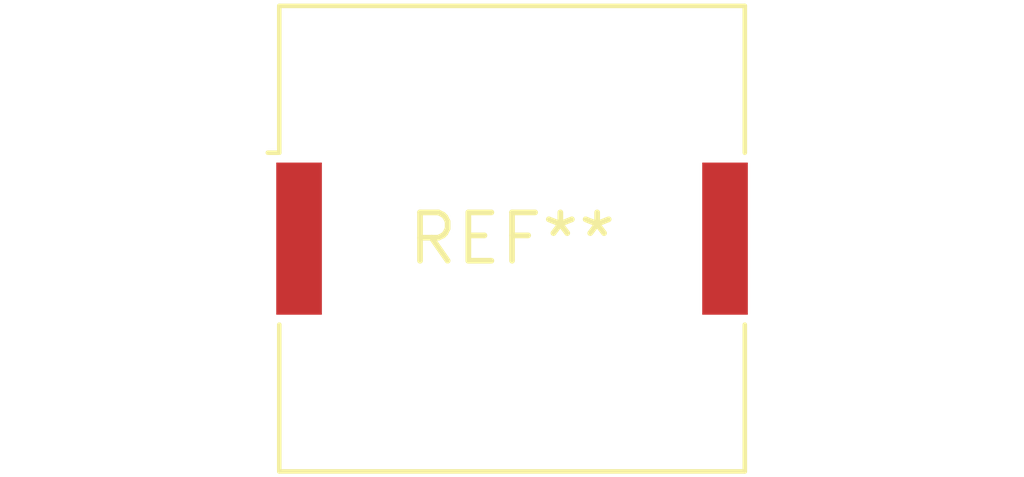
<source format=kicad_pcb>
(kicad_pcb (version 20240108) (generator pcbnew)
  (layers (0 "F.Cu" signal) (31 "B.Cu" signal) (34 "B.Paste" user) (35 "F.Paste" user) (36 "B.SilkS" user "B.Silkscreen") (37 "F.SilkS" user "F.Silkscreen") (38 "B.Mask" user) (39 "F.Mask" user) (44 "Edge.Cuts" user))
  (net 0 "")
  (footprint "Buzzer_Murata_PKLCS1212E" (layer "F.Cu") (at 0 0)
    (property "Reference" "REF**")
    (property "Value" "Buzzer_Murata_PKLCS1212E")
    (fp_line (start -6.12 -6.12) (end 6.12 -6.12) (layer "F.SilkS") (stroke (width 0.12)))
    (fp_line (start -6.12 -2.26) (end -6.42 -2.26) (layer "F.SilkS") (stroke (width 0.12)))
    (fp_line (start -6.12 -2.26) (end -6.12 -6.12) (layer "F.SilkS") (stroke (width 0.12)))
    (fp_line (start -6.12 6.12) (end -6.12 2.26) (layer "F.SilkS") (stroke (width 0.12)))
    (fp_line (start 6.12 -6.12) (end 6.12 -2.26) (layer "F.SilkS") (stroke (width 0.12)))
    (fp_line (start 6.12 2.26) (end 6.12 6.12) (layer "F.SilkS") (stroke (width 0.12)))
    (fp_line (start 6.12 6.12) (end -6.12 6.12) (layer "F.SilkS") (stroke (width 0.12)))
    (pad "1" smd rect (at -5.6 0) (size 1.2 4) (layers "F.Cu" "F.Paste" "F.Mask"))
    (pad "2" smd rect (at 5.6 0) (size 1.2 4) (layers "F.Cu" "F.Paste" "F.Mask"))
  )
)
</source>
